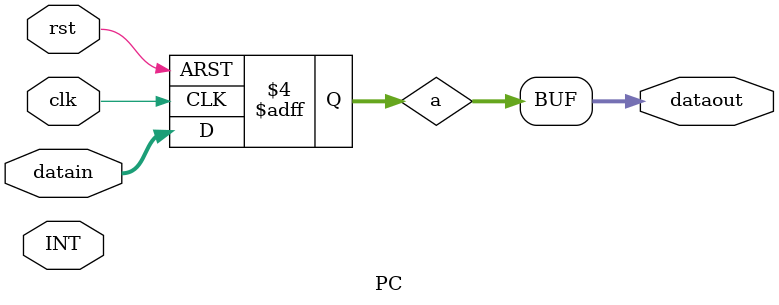
<source format=v>
`timescale 1ns / 1ps
module PC(
input clk,
input rst,
input INT,
input [31:0]datain,
output [31:0]dataout
    );
reg [31:0]a;
assign dataout=a;

always@(posedge clk or posedge rst)
begin
	if(rst==1)
		a<=0;
	else if(clk==1)
		a<=datain;
end

endmodule

</source>
